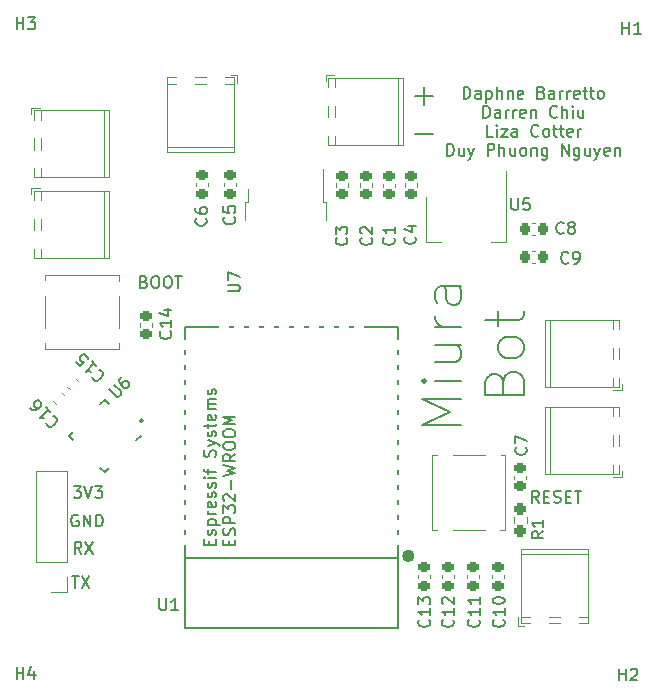
<source format=gto>
%TF.GenerationSoftware,KiCad,Pcbnew,(6.0.8)*%
%TF.CreationDate,2022-11-27T13:06:36-05:00*%
%TF.ProjectId,miura_board,6d697572-615f-4626-9f61-72642e6b6963,rev?*%
%TF.SameCoordinates,Original*%
%TF.FileFunction,Legend,Top*%
%TF.FilePolarity,Positive*%
%FSLAX46Y46*%
G04 Gerber Fmt 4.6, Leading zero omitted, Abs format (unit mm)*
G04 Created by KiCad (PCBNEW (6.0.8)) date 2022-11-27 13:06:36*
%MOMM*%
%LPD*%
G01*
G04 APERTURE LIST*
G04 Aperture macros list*
%AMRoundRect*
0 Rectangle with rounded corners*
0 $1 Rounding radius*
0 $2 $3 $4 $5 $6 $7 $8 $9 X,Y pos of 4 corners*
0 Add a 4 corners polygon primitive as box body*
4,1,4,$2,$3,$4,$5,$6,$7,$8,$9,$2,$3,0*
0 Add four circle primitives for the rounded corners*
1,1,$1+$1,$2,$3*
1,1,$1+$1,$4,$5*
1,1,$1+$1,$6,$7*
1,1,$1+$1,$8,$9*
0 Add four rect primitives between the rounded corners*
20,1,$1+$1,$2,$3,$4,$5,0*
20,1,$1+$1,$4,$5,$6,$7,0*
20,1,$1+$1,$6,$7,$8,$9,0*
20,1,$1+$1,$8,$9,$2,$3,0*%
G04 Aperture macros list end*
%ADD10C,0.150000*%
%ADD11C,0.120000*%
%ADD12C,0.500000*%
%ADD13RoundRect,0.225000X0.250000X-0.225000X0.250000X0.225000X-0.250000X0.225000X-0.250000X-0.225000X0*%
%ADD14RoundRect,0.225000X-0.250000X0.225000X-0.250000X-0.225000X0.250000X-0.225000X0.250000X0.225000X0*%
%ADD15C,1.100000*%
%ADD16R,2.200000X2.200000*%
%ADD17C,2.200000*%
%ADD18R,3.556000X3.556000*%
%ADD19O,2.500000X0.900000*%
%ADD20O,0.900000X2.500000*%
%ADD21R,1.000000X2.750000*%
%ADD22C,3.800000*%
%ADD23RoundRect,0.225000X-0.225000X-0.250000X0.225000X-0.250000X0.225000X0.250000X-0.225000X0.250000X0*%
%ADD24R,1.700000X1.700000*%
%ADD25O,1.700000X1.700000*%
%ADD26RoundRect,0.225000X0.335876X0.017678X0.017678X0.335876X-0.335876X-0.017678X-0.017678X-0.335876X0*%
%ADD27RoundRect,0.237500X0.237500X-0.250000X0.237500X0.250000X-0.237500X0.250000X-0.237500X-0.250000X0*%
%ADD28RoundRect,0.075000X0.194454X0.300520X-0.300520X-0.194454X-0.194454X-0.300520X0.300520X0.194454X0*%
%ADD29RoundRect,0.075000X-0.300520X0.194454X0.194454X-0.300520X0.300520X-0.194454X-0.194454X0.300520X0*%
%ADD30R,2.750000X1.000000*%
%ADD31R,1.500000X2.000000*%
%ADD32R,3.800000X2.000000*%
%ADD33R,1.200000X2.200000*%
%ADD34R,5.800000X6.400000*%
G04 APERTURE END LIST*
D10*
X71441421Y-66600000D02*
G75*
G03*
X71441421Y-66600000I-141421J0D01*
G01*
X94438095Y-39132857D02*
X95961904Y-39132857D01*
X95200000Y-39894761D02*
X95200000Y-38370952D01*
X94438095Y-42352857D02*
X95961904Y-42352857D01*
X65438095Y-79752380D02*
X66009523Y-79752380D01*
X65723809Y-80752380D02*
X65723809Y-79752380D01*
X66247619Y-79752380D02*
X66914285Y-80752380D01*
X66914285Y-79752380D02*
X66247619Y-80752380D01*
X65938095Y-74600000D02*
X65842857Y-74552380D01*
X65700000Y-74552380D01*
X65557142Y-74600000D01*
X65461904Y-74695238D01*
X65414285Y-74790476D01*
X65366666Y-74980952D01*
X65366666Y-75123809D01*
X65414285Y-75314285D01*
X65461904Y-75409523D01*
X65557142Y-75504761D01*
X65700000Y-75552380D01*
X65795238Y-75552380D01*
X65938095Y-75504761D01*
X65985714Y-75457142D01*
X65985714Y-75123809D01*
X65795238Y-75123809D01*
X66414285Y-75552380D02*
X66414285Y-74552380D01*
X66985714Y-75552380D01*
X66985714Y-74552380D01*
X67461904Y-75552380D02*
X67461904Y-74552380D01*
X67700000Y-74552380D01*
X67842857Y-74600000D01*
X67938095Y-74695238D01*
X67985714Y-74790476D01*
X68033333Y-74980952D01*
X68033333Y-75123809D01*
X67985714Y-75314285D01*
X67938095Y-75409523D01*
X67842857Y-75504761D01*
X67700000Y-75552380D01*
X67461904Y-75552380D01*
X71542857Y-54828571D02*
X71685714Y-54876190D01*
X71733333Y-54923809D01*
X71780952Y-55019047D01*
X71780952Y-55161904D01*
X71733333Y-55257142D01*
X71685714Y-55304761D01*
X71590476Y-55352380D01*
X71209523Y-55352380D01*
X71209523Y-54352380D01*
X71542857Y-54352380D01*
X71638095Y-54400000D01*
X71685714Y-54447619D01*
X71733333Y-54542857D01*
X71733333Y-54638095D01*
X71685714Y-54733333D01*
X71638095Y-54780952D01*
X71542857Y-54828571D01*
X71209523Y-54828571D01*
X72400000Y-54352380D02*
X72590476Y-54352380D01*
X72685714Y-54400000D01*
X72780952Y-54495238D01*
X72828571Y-54685714D01*
X72828571Y-55019047D01*
X72780952Y-55209523D01*
X72685714Y-55304761D01*
X72590476Y-55352380D01*
X72400000Y-55352380D01*
X72304761Y-55304761D01*
X72209523Y-55209523D01*
X72161904Y-55019047D01*
X72161904Y-54685714D01*
X72209523Y-54495238D01*
X72304761Y-54400000D01*
X72400000Y-54352380D01*
X73447619Y-54352380D02*
X73638095Y-54352380D01*
X73733333Y-54400000D01*
X73828571Y-54495238D01*
X73876190Y-54685714D01*
X73876190Y-55019047D01*
X73828571Y-55209523D01*
X73733333Y-55304761D01*
X73638095Y-55352380D01*
X73447619Y-55352380D01*
X73352380Y-55304761D01*
X73257142Y-55209523D01*
X73209523Y-55019047D01*
X73209523Y-54685714D01*
X73257142Y-54495238D01*
X73352380Y-54400000D01*
X73447619Y-54352380D01*
X74161904Y-54352380D02*
X74733333Y-54352380D01*
X74447619Y-55352380D02*
X74447619Y-54352380D01*
X66233333Y-77852380D02*
X65900000Y-77376190D01*
X65661904Y-77852380D02*
X65661904Y-76852380D01*
X66042857Y-76852380D01*
X66138095Y-76900000D01*
X66185714Y-76947619D01*
X66233333Y-77042857D01*
X66233333Y-77185714D01*
X66185714Y-77280952D01*
X66138095Y-77328571D01*
X66042857Y-77376190D01*
X65661904Y-77376190D01*
X66566666Y-76852380D02*
X67233333Y-77852380D01*
X67233333Y-76852380D02*
X66566666Y-77852380D01*
X104947619Y-73552380D02*
X104614285Y-73076190D01*
X104376190Y-73552380D02*
X104376190Y-72552380D01*
X104757142Y-72552380D01*
X104852380Y-72600000D01*
X104900000Y-72647619D01*
X104947619Y-72742857D01*
X104947619Y-72885714D01*
X104900000Y-72980952D01*
X104852380Y-73028571D01*
X104757142Y-73076190D01*
X104376190Y-73076190D01*
X105376190Y-73028571D02*
X105709523Y-73028571D01*
X105852380Y-73552380D02*
X105376190Y-73552380D01*
X105376190Y-72552380D01*
X105852380Y-72552380D01*
X106233333Y-73504761D02*
X106376190Y-73552380D01*
X106614285Y-73552380D01*
X106709523Y-73504761D01*
X106757142Y-73457142D01*
X106804761Y-73361904D01*
X106804761Y-73266666D01*
X106757142Y-73171428D01*
X106709523Y-73123809D01*
X106614285Y-73076190D01*
X106423809Y-73028571D01*
X106328571Y-72980952D01*
X106280952Y-72933333D01*
X106233333Y-72838095D01*
X106233333Y-72742857D01*
X106280952Y-72647619D01*
X106328571Y-72600000D01*
X106423809Y-72552380D01*
X106661904Y-72552380D01*
X106804761Y-72600000D01*
X107233333Y-73028571D02*
X107566666Y-73028571D01*
X107709523Y-73552380D02*
X107233333Y-73552380D01*
X107233333Y-72552380D01*
X107709523Y-72552380D01*
X107995238Y-72552380D02*
X108566666Y-72552380D01*
X108280952Y-73552380D02*
X108280952Y-72552380D01*
X98379857Y-66992857D02*
X95079857Y-66992857D01*
X97437000Y-65892857D01*
X95079857Y-64792857D01*
X98379857Y-64792857D01*
X98379857Y-63221428D02*
X96179857Y-63221428D01*
X95079857Y-63221428D02*
X95237000Y-63378571D01*
X95394142Y-63221428D01*
X95237000Y-63064285D01*
X95079857Y-63221428D01*
X95394142Y-63221428D01*
X96179857Y-60235714D02*
X98379857Y-60235714D01*
X96179857Y-61650000D02*
X97908428Y-61650000D01*
X98222714Y-61492857D01*
X98379857Y-61178571D01*
X98379857Y-60707142D01*
X98222714Y-60392857D01*
X98065571Y-60235714D01*
X98379857Y-58664285D02*
X96179857Y-58664285D01*
X96808428Y-58664285D02*
X96494142Y-58507142D01*
X96337000Y-58350000D01*
X96179857Y-58035714D01*
X96179857Y-57721428D01*
X98379857Y-55207142D02*
X96651285Y-55207142D01*
X96337000Y-55364285D01*
X96179857Y-55678571D01*
X96179857Y-56307142D01*
X96337000Y-56621428D01*
X98222714Y-55207142D02*
X98379857Y-55521428D01*
X98379857Y-56307142D01*
X98222714Y-56621428D01*
X97908428Y-56778571D01*
X97594142Y-56778571D01*
X97279857Y-56621428D01*
X97122714Y-56307142D01*
X97122714Y-55521428D01*
X96965571Y-55207142D01*
X101964285Y-63300000D02*
X102121428Y-62828571D01*
X102278571Y-62671428D01*
X102592857Y-62514285D01*
X103064285Y-62514285D01*
X103378571Y-62671428D01*
X103535714Y-62828571D01*
X103692857Y-63142857D01*
X103692857Y-64400000D01*
X100392857Y-64400000D01*
X100392857Y-63300000D01*
X100550000Y-62985714D01*
X100707142Y-62828571D01*
X101021428Y-62671428D01*
X101335714Y-62671428D01*
X101650000Y-62828571D01*
X101807142Y-62985714D01*
X101964285Y-63300000D01*
X101964285Y-64400000D01*
X103692857Y-60628571D02*
X103535714Y-60942857D01*
X103378571Y-61100000D01*
X103064285Y-61257142D01*
X102121428Y-61257142D01*
X101807142Y-61100000D01*
X101650000Y-60942857D01*
X101492857Y-60628571D01*
X101492857Y-60157142D01*
X101650000Y-59842857D01*
X101807142Y-59685714D01*
X102121428Y-59528571D01*
X103064285Y-59528571D01*
X103378571Y-59685714D01*
X103535714Y-59842857D01*
X103692857Y-60157142D01*
X103692857Y-60628571D01*
X101492857Y-58585714D02*
X101492857Y-57328571D01*
X100392857Y-58114285D02*
X103221428Y-58114285D01*
X103535714Y-57957142D01*
X103692857Y-57642857D01*
X103692857Y-57328571D01*
X65561904Y-72152380D02*
X66180952Y-72152380D01*
X65847619Y-72533333D01*
X65990476Y-72533333D01*
X66085714Y-72580952D01*
X66133333Y-72628571D01*
X66180952Y-72723809D01*
X66180952Y-72961904D01*
X66133333Y-73057142D01*
X66085714Y-73104761D01*
X65990476Y-73152380D01*
X65704761Y-73152380D01*
X65609523Y-73104761D01*
X65561904Y-73057142D01*
X66466666Y-72152380D02*
X66800000Y-73152380D01*
X67133333Y-72152380D01*
X67371428Y-72152380D02*
X67990476Y-72152380D01*
X67657142Y-72533333D01*
X67800000Y-72533333D01*
X67895238Y-72580952D01*
X67942857Y-72628571D01*
X67990476Y-72723809D01*
X67990476Y-72961904D01*
X67942857Y-73057142D01*
X67895238Y-73104761D01*
X67800000Y-73152380D01*
X67514285Y-73152380D01*
X67419047Y-73104761D01*
X67371428Y-73057142D01*
X98595238Y-39337380D02*
X98595238Y-38337380D01*
X98833333Y-38337380D01*
X98976190Y-38385000D01*
X99071428Y-38480238D01*
X99119047Y-38575476D01*
X99166666Y-38765952D01*
X99166666Y-38908809D01*
X99119047Y-39099285D01*
X99071428Y-39194523D01*
X98976190Y-39289761D01*
X98833333Y-39337380D01*
X98595238Y-39337380D01*
X100023809Y-39337380D02*
X100023809Y-38813571D01*
X99976190Y-38718333D01*
X99880952Y-38670714D01*
X99690476Y-38670714D01*
X99595238Y-38718333D01*
X100023809Y-39289761D02*
X99928571Y-39337380D01*
X99690476Y-39337380D01*
X99595238Y-39289761D01*
X99547619Y-39194523D01*
X99547619Y-39099285D01*
X99595238Y-39004047D01*
X99690476Y-38956428D01*
X99928571Y-38956428D01*
X100023809Y-38908809D01*
X100500000Y-38670714D02*
X100500000Y-39670714D01*
X100500000Y-38718333D02*
X100595238Y-38670714D01*
X100785714Y-38670714D01*
X100880952Y-38718333D01*
X100928571Y-38765952D01*
X100976190Y-38861190D01*
X100976190Y-39146904D01*
X100928571Y-39242142D01*
X100880952Y-39289761D01*
X100785714Y-39337380D01*
X100595238Y-39337380D01*
X100500000Y-39289761D01*
X101404761Y-39337380D02*
X101404761Y-38337380D01*
X101833333Y-39337380D02*
X101833333Y-38813571D01*
X101785714Y-38718333D01*
X101690476Y-38670714D01*
X101547619Y-38670714D01*
X101452380Y-38718333D01*
X101404761Y-38765952D01*
X102309523Y-38670714D02*
X102309523Y-39337380D01*
X102309523Y-38765952D02*
X102357142Y-38718333D01*
X102452380Y-38670714D01*
X102595238Y-38670714D01*
X102690476Y-38718333D01*
X102738095Y-38813571D01*
X102738095Y-39337380D01*
X103595238Y-39289761D02*
X103500000Y-39337380D01*
X103309523Y-39337380D01*
X103214285Y-39289761D01*
X103166666Y-39194523D01*
X103166666Y-38813571D01*
X103214285Y-38718333D01*
X103309523Y-38670714D01*
X103500000Y-38670714D01*
X103595238Y-38718333D01*
X103642857Y-38813571D01*
X103642857Y-38908809D01*
X103166666Y-39004047D01*
X105166666Y-38813571D02*
X105309523Y-38861190D01*
X105357142Y-38908809D01*
X105404761Y-39004047D01*
X105404761Y-39146904D01*
X105357142Y-39242142D01*
X105309523Y-39289761D01*
X105214285Y-39337380D01*
X104833333Y-39337380D01*
X104833333Y-38337380D01*
X105166666Y-38337380D01*
X105261904Y-38385000D01*
X105309523Y-38432619D01*
X105357142Y-38527857D01*
X105357142Y-38623095D01*
X105309523Y-38718333D01*
X105261904Y-38765952D01*
X105166666Y-38813571D01*
X104833333Y-38813571D01*
X106261904Y-39337380D02*
X106261904Y-38813571D01*
X106214285Y-38718333D01*
X106119047Y-38670714D01*
X105928571Y-38670714D01*
X105833333Y-38718333D01*
X106261904Y-39289761D02*
X106166666Y-39337380D01*
X105928571Y-39337380D01*
X105833333Y-39289761D01*
X105785714Y-39194523D01*
X105785714Y-39099285D01*
X105833333Y-39004047D01*
X105928571Y-38956428D01*
X106166666Y-38956428D01*
X106261904Y-38908809D01*
X106738095Y-39337380D02*
X106738095Y-38670714D01*
X106738095Y-38861190D02*
X106785714Y-38765952D01*
X106833333Y-38718333D01*
X106928571Y-38670714D01*
X107023809Y-38670714D01*
X107357142Y-39337380D02*
X107357142Y-38670714D01*
X107357142Y-38861190D02*
X107404761Y-38765952D01*
X107452380Y-38718333D01*
X107547619Y-38670714D01*
X107642857Y-38670714D01*
X108357142Y-39289761D02*
X108261904Y-39337380D01*
X108071428Y-39337380D01*
X107976190Y-39289761D01*
X107928571Y-39194523D01*
X107928571Y-38813571D01*
X107976190Y-38718333D01*
X108071428Y-38670714D01*
X108261904Y-38670714D01*
X108357142Y-38718333D01*
X108404761Y-38813571D01*
X108404761Y-38908809D01*
X107928571Y-39004047D01*
X108690476Y-38670714D02*
X109071428Y-38670714D01*
X108833333Y-38337380D02*
X108833333Y-39194523D01*
X108880952Y-39289761D01*
X108976190Y-39337380D01*
X109071428Y-39337380D01*
X109261904Y-38670714D02*
X109642857Y-38670714D01*
X109404761Y-38337380D02*
X109404761Y-39194523D01*
X109452380Y-39289761D01*
X109547619Y-39337380D01*
X109642857Y-39337380D01*
X110119047Y-39337380D02*
X110023809Y-39289761D01*
X109976190Y-39242142D01*
X109928571Y-39146904D01*
X109928571Y-38861190D01*
X109976190Y-38765952D01*
X110023809Y-38718333D01*
X110119047Y-38670714D01*
X110261904Y-38670714D01*
X110357142Y-38718333D01*
X110404761Y-38765952D01*
X110452380Y-38861190D01*
X110452380Y-39146904D01*
X110404761Y-39242142D01*
X110357142Y-39289761D01*
X110261904Y-39337380D01*
X110119047Y-39337380D01*
X100261904Y-40947380D02*
X100261904Y-39947380D01*
X100500000Y-39947380D01*
X100642857Y-39995000D01*
X100738095Y-40090238D01*
X100785714Y-40185476D01*
X100833333Y-40375952D01*
X100833333Y-40518809D01*
X100785714Y-40709285D01*
X100738095Y-40804523D01*
X100642857Y-40899761D01*
X100500000Y-40947380D01*
X100261904Y-40947380D01*
X101690476Y-40947380D02*
X101690476Y-40423571D01*
X101642857Y-40328333D01*
X101547619Y-40280714D01*
X101357142Y-40280714D01*
X101261904Y-40328333D01*
X101690476Y-40899761D02*
X101595238Y-40947380D01*
X101357142Y-40947380D01*
X101261904Y-40899761D01*
X101214285Y-40804523D01*
X101214285Y-40709285D01*
X101261904Y-40614047D01*
X101357142Y-40566428D01*
X101595238Y-40566428D01*
X101690476Y-40518809D01*
X102166666Y-40947380D02*
X102166666Y-40280714D01*
X102166666Y-40471190D02*
X102214285Y-40375952D01*
X102261904Y-40328333D01*
X102357142Y-40280714D01*
X102452380Y-40280714D01*
X102785714Y-40947380D02*
X102785714Y-40280714D01*
X102785714Y-40471190D02*
X102833333Y-40375952D01*
X102880952Y-40328333D01*
X102976190Y-40280714D01*
X103071428Y-40280714D01*
X103785714Y-40899761D02*
X103690476Y-40947380D01*
X103500000Y-40947380D01*
X103404761Y-40899761D01*
X103357142Y-40804523D01*
X103357142Y-40423571D01*
X103404761Y-40328333D01*
X103500000Y-40280714D01*
X103690476Y-40280714D01*
X103785714Y-40328333D01*
X103833333Y-40423571D01*
X103833333Y-40518809D01*
X103357142Y-40614047D01*
X104261904Y-40280714D02*
X104261904Y-40947380D01*
X104261904Y-40375952D02*
X104309523Y-40328333D01*
X104404761Y-40280714D01*
X104547619Y-40280714D01*
X104642857Y-40328333D01*
X104690476Y-40423571D01*
X104690476Y-40947380D01*
X106500000Y-40852142D02*
X106452380Y-40899761D01*
X106309523Y-40947380D01*
X106214285Y-40947380D01*
X106071428Y-40899761D01*
X105976190Y-40804523D01*
X105928571Y-40709285D01*
X105880952Y-40518809D01*
X105880952Y-40375952D01*
X105928571Y-40185476D01*
X105976190Y-40090238D01*
X106071428Y-39995000D01*
X106214285Y-39947380D01*
X106309523Y-39947380D01*
X106452380Y-39995000D01*
X106500000Y-40042619D01*
X106928571Y-40947380D02*
X106928571Y-39947380D01*
X107357142Y-40947380D02*
X107357142Y-40423571D01*
X107309523Y-40328333D01*
X107214285Y-40280714D01*
X107071428Y-40280714D01*
X106976190Y-40328333D01*
X106928571Y-40375952D01*
X107833333Y-40947380D02*
X107833333Y-40280714D01*
X107833333Y-39947380D02*
X107785714Y-39995000D01*
X107833333Y-40042619D01*
X107880952Y-39995000D01*
X107833333Y-39947380D01*
X107833333Y-40042619D01*
X108738095Y-40280714D02*
X108738095Y-40947380D01*
X108309523Y-40280714D02*
X108309523Y-40804523D01*
X108357142Y-40899761D01*
X108452380Y-40947380D01*
X108595238Y-40947380D01*
X108690476Y-40899761D01*
X108738095Y-40852142D01*
X101071428Y-42557380D02*
X100595238Y-42557380D01*
X100595238Y-41557380D01*
X101404761Y-42557380D02*
X101404761Y-41890714D01*
X101404761Y-41557380D02*
X101357142Y-41605000D01*
X101404761Y-41652619D01*
X101452380Y-41605000D01*
X101404761Y-41557380D01*
X101404761Y-41652619D01*
X101785714Y-41890714D02*
X102309523Y-41890714D01*
X101785714Y-42557380D01*
X102309523Y-42557380D01*
X103119047Y-42557380D02*
X103119047Y-42033571D01*
X103071428Y-41938333D01*
X102976190Y-41890714D01*
X102785714Y-41890714D01*
X102690476Y-41938333D01*
X103119047Y-42509761D02*
X103023809Y-42557380D01*
X102785714Y-42557380D01*
X102690476Y-42509761D01*
X102642857Y-42414523D01*
X102642857Y-42319285D01*
X102690476Y-42224047D01*
X102785714Y-42176428D01*
X103023809Y-42176428D01*
X103119047Y-42128809D01*
X104928571Y-42462142D02*
X104880952Y-42509761D01*
X104738095Y-42557380D01*
X104642857Y-42557380D01*
X104500000Y-42509761D01*
X104404761Y-42414523D01*
X104357142Y-42319285D01*
X104309523Y-42128809D01*
X104309523Y-41985952D01*
X104357142Y-41795476D01*
X104404761Y-41700238D01*
X104500000Y-41605000D01*
X104642857Y-41557380D01*
X104738095Y-41557380D01*
X104880952Y-41605000D01*
X104928571Y-41652619D01*
X105500000Y-42557380D02*
X105404761Y-42509761D01*
X105357142Y-42462142D01*
X105309523Y-42366904D01*
X105309523Y-42081190D01*
X105357142Y-41985952D01*
X105404761Y-41938333D01*
X105500000Y-41890714D01*
X105642857Y-41890714D01*
X105738095Y-41938333D01*
X105785714Y-41985952D01*
X105833333Y-42081190D01*
X105833333Y-42366904D01*
X105785714Y-42462142D01*
X105738095Y-42509761D01*
X105642857Y-42557380D01*
X105500000Y-42557380D01*
X106119047Y-41890714D02*
X106500000Y-41890714D01*
X106261904Y-41557380D02*
X106261904Y-42414523D01*
X106309523Y-42509761D01*
X106404761Y-42557380D01*
X106500000Y-42557380D01*
X106690476Y-41890714D02*
X107071428Y-41890714D01*
X106833333Y-41557380D02*
X106833333Y-42414523D01*
X106880952Y-42509761D01*
X106976190Y-42557380D01*
X107071428Y-42557380D01*
X107785714Y-42509761D02*
X107690476Y-42557380D01*
X107500000Y-42557380D01*
X107404761Y-42509761D01*
X107357142Y-42414523D01*
X107357142Y-42033571D01*
X107404761Y-41938333D01*
X107500000Y-41890714D01*
X107690476Y-41890714D01*
X107785714Y-41938333D01*
X107833333Y-42033571D01*
X107833333Y-42128809D01*
X107357142Y-42224047D01*
X108261904Y-42557380D02*
X108261904Y-41890714D01*
X108261904Y-42081190D02*
X108309523Y-41985952D01*
X108357142Y-41938333D01*
X108452380Y-41890714D01*
X108547619Y-41890714D01*
X97190476Y-44167380D02*
X97190476Y-43167380D01*
X97428571Y-43167380D01*
X97571428Y-43215000D01*
X97666666Y-43310238D01*
X97714285Y-43405476D01*
X97761904Y-43595952D01*
X97761904Y-43738809D01*
X97714285Y-43929285D01*
X97666666Y-44024523D01*
X97571428Y-44119761D01*
X97428571Y-44167380D01*
X97190476Y-44167380D01*
X98619047Y-43500714D02*
X98619047Y-44167380D01*
X98190476Y-43500714D02*
X98190476Y-44024523D01*
X98238095Y-44119761D01*
X98333333Y-44167380D01*
X98476190Y-44167380D01*
X98571428Y-44119761D01*
X98619047Y-44072142D01*
X99000000Y-43500714D02*
X99238095Y-44167380D01*
X99476190Y-43500714D02*
X99238095Y-44167380D01*
X99142857Y-44405476D01*
X99095238Y-44453095D01*
X99000000Y-44500714D01*
X100619047Y-44167380D02*
X100619047Y-43167380D01*
X101000000Y-43167380D01*
X101095238Y-43215000D01*
X101142857Y-43262619D01*
X101190476Y-43357857D01*
X101190476Y-43500714D01*
X101142857Y-43595952D01*
X101095238Y-43643571D01*
X101000000Y-43691190D01*
X100619047Y-43691190D01*
X101619047Y-44167380D02*
X101619047Y-43167380D01*
X102047619Y-44167380D02*
X102047619Y-43643571D01*
X102000000Y-43548333D01*
X101904761Y-43500714D01*
X101761904Y-43500714D01*
X101666666Y-43548333D01*
X101619047Y-43595952D01*
X102952380Y-43500714D02*
X102952380Y-44167380D01*
X102523809Y-43500714D02*
X102523809Y-44024523D01*
X102571428Y-44119761D01*
X102666666Y-44167380D01*
X102809523Y-44167380D01*
X102904761Y-44119761D01*
X102952380Y-44072142D01*
X103571428Y-44167380D02*
X103476190Y-44119761D01*
X103428571Y-44072142D01*
X103380952Y-43976904D01*
X103380952Y-43691190D01*
X103428571Y-43595952D01*
X103476190Y-43548333D01*
X103571428Y-43500714D01*
X103714285Y-43500714D01*
X103809523Y-43548333D01*
X103857142Y-43595952D01*
X103904761Y-43691190D01*
X103904761Y-43976904D01*
X103857142Y-44072142D01*
X103809523Y-44119761D01*
X103714285Y-44167380D01*
X103571428Y-44167380D01*
X104333333Y-43500714D02*
X104333333Y-44167380D01*
X104333333Y-43595952D02*
X104380952Y-43548333D01*
X104476190Y-43500714D01*
X104619047Y-43500714D01*
X104714285Y-43548333D01*
X104761904Y-43643571D01*
X104761904Y-44167380D01*
X105666666Y-43500714D02*
X105666666Y-44310238D01*
X105619047Y-44405476D01*
X105571428Y-44453095D01*
X105476190Y-44500714D01*
X105333333Y-44500714D01*
X105238095Y-44453095D01*
X105666666Y-44119761D02*
X105571428Y-44167380D01*
X105380952Y-44167380D01*
X105285714Y-44119761D01*
X105238095Y-44072142D01*
X105190476Y-43976904D01*
X105190476Y-43691190D01*
X105238095Y-43595952D01*
X105285714Y-43548333D01*
X105380952Y-43500714D01*
X105571428Y-43500714D01*
X105666666Y-43548333D01*
X106904761Y-44167380D02*
X106904761Y-43167380D01*
X107476190Y-44167380D01*
X107476190Y-43167380D01*
X108380952Y-43500714D02*
X108380952Y-44310238D01*
X108333333Y-44405476D01*
X108285714Y-44453095D01*
X108190476Y-44500714D01*
X108047619Y-44500714D01*
X107952380Y-44453095D01*
X108380952Y-44119761D02*
X108285714Y-44167380D01*
X108095238Y-44167380D01*
X108000000Y-44119761D01*
X107952380Y-44072142D01*
X107904761Y-43976904D01*
X107904761Y-43691190D01*
X107952380Y-43595952D01*
X108000000Y-43548333D01*
X108095238Y-43500714D01*
X108285714Y-43500714D01*
X108380952Y-43548333D01*
X109285714Y-43500714D02*
X109285714Y-44167380D01*
X108857142Y-43500714D02*
X108857142Y-44024523D01*
X108904761Y-44119761D01*
X109000000Y-44167380D01*
X109142857Y-44167380D01*
X109238095Y-44119761D01*
X109285714Y-44072142D01*
X109666666Y-43500714D02*
X109904761Y-44167380D01*
X110142857Y-43500714D02*
X109904761Y-44167380D01*
X109809523Y-44405476D01*
X109761904Y-44453095D01*
X109666666Y-44500714D01*
X110904761Y-44119761D02*
X110809523Y-44167380D01*
X110619047Y-44167380D01*
X110523809Y-44119761D01*
X110476190Y-44024523D01*
X110476190Y-43643571D01*
X110523809Y-43548333D01*
X110619047Y-43500714D01*
X110809523Y-43500714D01*
X110904761Y-43548333D01*
X110952380Y-43643571D01*
X110952380Y-43738809D01*
X110476190Y-43834047D01*
X111380952Y-43500714D02*
X111380952Y-44167380D01*
X111380952Y-43595952D02*
X111428571Y-43548333D01*
X111523809Y-43500714D01*
X111666666Y-43500714D01*
X111761904Y-43548333D01*
X111809523Y-43643571D01*
X111809523Y-44167380D01*
%TO.C,C7*%
X103857142Y-68866666D02*
X103904761Y-68914285D01*
X103952380Y-69057142D01*
X103952380Y-69152380D01*
X103904761Y-69295238D01*
X103809523Y-69390476D01*
X103714285Y-69438095D01*
X103523809Y-69485714D01*
X103380952Y-69485714D01*
X103190476Y-69438095D01*
X103095238Y-69390476D01*
X103000000Y-69295238D01*
X102952380Y-69152380D01*
X102952380Y-69057142D01*
X103000000Y-68914285D01*
X103047619Y-68866666D01*
X102952380Y-68533333D02*
X102952380Y-67866666D01*
X103952380Y-68295238D01*
%TO.C,C1*%
X92657142Y-51116666D02*
X92704761Y-51164285D01*
X92752380Y-51307142D01*
X92752380Y-51402380D01*
X92704761Y-51545238D01*
X92609523Y-51640476D01*
X92514285Y-51688095D01*
X92323809Y-51735714D01*
X92180952Y-51735714D01*
X91990476Y-51688095D01*
X91895238Y-51640476D01*
X91800000Y-51545238D01*
X91752380Y-51402380D01*
X91752380Y-51307142D01*
X91800000Y-51164285D01*
X91847619Y-51116666D01*
X92752380Y-50164285D02*
X92752380Y-50735714D01*
X92752380Y-50450000D02*
X91752380Y-50450000D01*
X91895238Y-50545238D01*
X91990476Y-50640476D01*
X92038095Y-50735714D01*
%TO.C,C4*%
X94457142Y-51016666D02*
X94504761Y-51064285D01*
X94552380Y-51207142D01*
X94552380Y-51302380D01*
X94504761Y-51445238D01*
X94409523Y-51540476D01*
X94314285Y-51588095D01*
X94123809Y-51635714D01*
X93980952Y-51635714D01*
X93790476Y-51588095D01*
X93695238Y-51540476D01*
X93600000Y-51445238D01*
X93552380Y-51302380D01*
X93552380Y-51207142D01*
X93600000Y-51064285D01*
X93647619Y-51016666D01*
X93885714Y-50159523D02*
X94552380Y-50159523D01*
X93504761Y-50397619D02*
X94219047Y-50635714D01*
X94219047Y-50016666D01*
%TO.C,U1*%
X72838095Y-81652380D02*
X72838095Y-82461904D01*
X72885714Y-82557142D01*
X72933333Y-82604761D01*
X73028571Y-82652380D01*
X73219047Y-82652380D01*
X73314285Y-82604761D01*
X73361904Y-82557142D01*
X73409523Y-82461904D01*
X73409523Y-81652380D01*
X74409523Y-82652380D02*
X73838095Y-82652380D01*
X74123809Y-82652380D02*
X74123809Y-81652380D01*
X74028571Y-81795238D01*
X73933333Y-81890476D01*
X73838095Y-81938095D01*
X78721571Y-77156380D02*
X78721571Y-76823047D01*
X79245380Y-76680190D02*
X79245380Y-77156380D01*
X78245380Y-77156380D01*
X78245380Y-76680190D01*
X79197761Y-76299238D02*
X79245380Y-76156380D01*
X79245380Y-75918285D01*
X79197761Y-75823047D01*
X79150142Y-75775428D01*
X79054904Y-75727809D01*
X78959666Y-75727809D01*
X78864428Y-75775428D01*
X78816809Y-75823047D01*
X78769190Y-75918285D01*
X78721571Y-76108761D01*
X78673952Y-76204000D01*
X78626333Y-76251619D01*
X78531095Y-76299238D01*
X78435857Y-76299238D01*
X78340619Y-76251619D01*
X78293000Y-76204000D01*
X78245380Y-76108761D01*
X78245380Y-75870666D01*
X78293000Y-75727809D01*
X79245380Y-75299238D02*
X78245380Y-75299238D01*
X78245380Y-74918285D01*
X78293000Y-74823047D01*
X78340619Y-74775428D01*
X78435857Y-74727809D01*
X78578714Y-74727809D01*
X78673952Y-74775428D01*
X78721571Y-74823047D01*
X78769190Y-74918285D01*
X78769190Y-75299238D01*
X78245380Y-74394476D02*
X78245380Y-73775428D01*
X78626333Y-74108761D01*
X78626333Y-73965904D01*
X78673952Y-73870666D01*
X78721571Y-73823047D01*
X78816809Y-73775428D01*
X79054904Y-73775428D01*
X79150142Y-73823047D01*
X79197761Y-73870666D01*
X79245380Y-73965904D01*
X79245380Y-74251619D01*
X79197761Y-74346857D01*
X79150142Y-74394476D01*
X78340619Y-73394476D02*
X78293000Y-73346857D01*
X78245380Y-73251619D01*
X78245380Y-73013523D01*
X78293000Y-72918285D01*
X78340619Y-72870666D01*
X78435857Y-72823047D01*
X78531095Y-72823047D01*
X78673952Y-72870666D01*
X79245380Y-73442095D01*
X79245380Y-72823047D01*
X78864428Y-72394476D02*
X78864428Y-71632571D01*
X78245380Y-71251619D02*
X79245380Y-71013523D01*
X78531095Y-70823047D01*
X79245380Y-70632571D01*
X78245380Y-70394476D01*
X79245380Y-69442095D02*
X78769190Y-69775428D01*
X79245380Y-70013523D02*
X78245380Y-70013523D01*
X78245380Y-69632571D01*
X78293000Y-69537333D01*
X78340619Y-69489714D01*
X78435857Y-69442095D01*
X78578714Y-69442095D01*
X78673952Y-69489714D01*
X78721571Y-69537333D01*
X78769190Y-69632571D01*
X78769190Y-70013523D01*
X78245380Y-68823047D02*
X78245380Y-68632571D01*
X78293000Y-68537333D01*
X78388238Y-68442095D01*
X78578714Y-68394476D01*
X78912047Y-68394476D01*
X79102523Y-68442095D01*
X79197761Y-68537333D01*
X79245380Y-68632571D01*
X79245380Y-68823047D01*
X79197761Y-68918285D01*
X79102523Y-69013523D01*
X78912047Y-69061142D01*
X78578714Y-69061142D01*
X78388238Y-69013523D01*
X78293000Y-68918285D01*
X78245380Y-68823047D01*
X78245380Y-67775428D02*
X78245380Y-67584952D01*
X78293000Y-67489714D01*
X78388238Y-67394476D01*
X78578714Y-67346857D01*
X78912047Y-67346857D01*
X79102523Y-67394476D01*
X79197761Y-67489714D01*
X79245380Y-67584952D01*
X79245380Y-67775428D01*
X79197761Y-67870666D01*
X79102523Y-67965904D01*
X78912047Y-68013523D01*
X78578714Y-68013523D01*
X78388238Y-67965904D01*
X78293000Y-67870666D01*
X78245380Y-67775428D01*
X79245380Y-66918285D02*
X78245380Y-66918285D01*
X78959666Y-66584952D01*
X78245380Y-66251619D01*
X79245380Y-66251619D01*
X77070571Y-77132428D02*
X77070571Y-76799095D01*
X77594380Y-76656238D02*
X77594380Y-77132428D01*
X76594380Y-77132428D01*
X76594380Y-76656238D01*
X77546761Y-76275285D02*
X77594380Y-76180047D01*
X77594380Y-75989571D01*
X77546761Y-75894333D01*
X77451523Y-75846714D01*
X77403904Y-75846714D01*
X77308666Y-75894333D01*
X77261047Y-75989571D01*
X77261047Y-76132428D01*
X77213428Y-76227666D01*
X77118190Y-76275285D01*
X77070571Y-76275285D01*
X76975333Y-76227666D01*
X76927714Y-76132428D01*
X76927714Y-75989571D01*
X76975333Y-75894333D01*
X76927714Y-75418142D02*
X77927714Y-75418142D01*
X76975333Y-75418142D02*
X76927714Y-75322904D01*
X76927714Y-75132428D01*
X76975333Y-75037190D01*
X77022952Y-74989571D01*
X77118190Y-74941952D01*
X77403904Y-74941952D01*
X77499142Y-74989571D01*
X77546761Y-75037190D01*
X77594380Y-75132428D01*
X77594380Y-75322904D01*
X77546761Y-75418142D01*
X77594380Y-74513380D02*
X76927714Y-74513380D01*
X77118190Y-74513380D02*
X77022952Y-74465761D01*
X76975333Y-74418142D01*
X76927714Y-74322904D01*
X76927714Y-74227666D01*
X77546761Y-73513380D02*
X77594380Y-73608619D01*
X77594380Y-73799095D01*
X77546761Y-73894333D01*
X77451523Y-73941952D01*
X77070571Y-73941952D01*
X76975333Y-73894333D01*
X76927714Y-73799095D01*
X76927714Y-73608619D01*
X76975333Y-73513380D01*
X77070571Y-73465761D01*
X77165809Y-73465761D01*
X77261047Y-73941952D01*
X77546761Y-73084809D02*
X77594380Y-72989571D01*
X77594380Y-72799095D01*
X77546761Y-72703857D01*
X77451523Y-72656238D01*
X77403904Y-72656238D01*
X77308666Y-72703857D01*
X77261047Y-72799095D01*
X77261047Y-72941952D01*
X77213428Y-73037190D01*
X77118190Y-73084809D01*
X77070571Y-73084809D01*
X76975333Y-73037190D01*
X76927714Y-72941952D01*
X76927714Y-72799095D01*
X76975333Y-72703857D01*
X77546761Y-72275285D02*
X77594380Y-72180047D01*
X77594380Y-71989571D01*
X77546761Y-71894333D01*
X77451523Y-71846714D01*
X77403904Y-71846714D01*
X77308666Y-71894333D01*
X77261047Y-71989571D01*
X77261047Y-72132428D01*
X77213428Y-72227666D01*
X77118190Y-72275285D01*
X77070571Y-72275285D01*
X76975333Y-72227666D01*
X76927714Y-72132428D01*
X76927714Y-71989571D01*
X76975333Y-71894333D01*
X77594380Y-71418142D02*
X76927714Y-71418142D01*
X76594380Y-71418142D02*
X76642000Y-71465761D01*
X76689619Y-71418142D01*
X76642000Y-71370523D01*
X76594380Y-71418142D01*
X76689619Y-71418142D01*
X76927714Y-71084809D02*
X76927714Y-70703857D01*
X77594380Y-70941952D02*
X76737238Y-70941952D01*
X76642000Y-70894333D01*
X76594380Y-70799095D01*
X76594380Y-70703857D01*
X77546761Y-69656238D02*
X77594380Y-69513380D01*
X77594380Y-69275285D01*
X77546761Y-69180047D01*
X77499142Y-69132428D01*
X77403904Y-69084809D01*
X77308666Y-69084809D01*
X77213428Y-69132428D01*
X77165809Y-69180047D01*
X77118190Y-69275285D01*
X77070571Y-69465761D01*
X77022952Y-69561000D01*
X76975333Y-69608619D01*
X76880095Y-69656238D01*
X76784857Y-69656238D01*
X76689619Y-69608619D01*
X76642000Y-69561000D01*
X76594380Y-69465761D01*
X76594380Y-69227666D01*
X76642000Y-69084809D01*
X76927714Y-68751476D02*
X77594380Y-68513380D01*
X76927714Y-68275285D02*
X77594380Y-68513380D01*
X77832476Y-68608619D01*
X77880095Y-68656238D01*
X77927714Y-68751476D01*
X77546761Y-67941952D02*
X77594380Y-67846714D01*
X77594380Y-67656238D01*
X77546761Y-67561000D01*
X77451523Y-67513380D01*
X77403904Y-67513380D01*
X77308666Y-67561000D01*
X77261047Y-67656238D01*
X77261047Y-67799095D01*
X77213428Y-67894333D01*
X77118190Y-67941952D01*
X77070571Y-67941952D01*
X76975333Y-67894333D01*
X76927714Y-67799095D01*
X76927714Y-67656238D01*
X76975333Y-67561000D01*
X76927714Y-67227666D02*
X76927714Y-66846714D01*
X76594380Y-67084809D02*
X77451523Y-67084809D01*
X77546761Y-67037190D01*
X77594380Y-66941952D01*
X77594380Y-66846714D01*
X77546761Y-66132428D02*
X77594380Y-66227666D01*
X77594380Y-66418142D01*
X77546761Y-66513380D01*
X77451523Y-66561000D01*
X77070571Y-66561000D01*
X76975333Y-66513380D01*
X76927714Y-66418142D01*
X76927714Y-66227666D01*
X76975333Y-66132428D01*
X77070571Y-66084809D01*
X77165809Y-66084809D01*
X77261047Y-66561000D01*
X77594380Y-65656238D02*
X76927714Y-65656238D01*
X77022952Y-65656238D02*
X76975333Y-65608619D01*
X76927714Y-65513380D01*
X76927714Y-65370523D01*
X76975333Y-65275285D01*
X77070571Y-65227666D01*
X77594380Y-65227666D01*
X77070571Y-65227666D02*
X76975333Y-65180047D01*
X76927714Y-65084809D01*
X76927714Y-64941952D01*
X76975333Y-64846714D01*
X77070571Y-64799095D01*
X77594380Y-64799095D01*
X77546761Y-64370523D02*
X77594380Y-64275285D01*
X77594380Y-64084809D01*
X77546761Y-63989571D01*
X77451523Y-63941952D01*
X77403904Y-63941952D01*
X77308666Y-63989571D01*
X77261047Y-64084809D01*
X77261047Y-64227666D01*
X77213428Y-64322904D01*
X77118190Y-64370523D01*
X77070571Y-64370523D01*
X76975333Y-64322904D01*
X76927714Y-64227666D01*
X76927714Y-64084809D01*
X76975333Y-63989571D01*
%TO.C,C14*%
X73757142Y-59042857D02*
X73804761Y-59090476D01*
X73852380Y-59233333D01*
X73852380Y-59328571D01*
X73804761Y-59471428D01*
X73709523Y-59566666D01*
X73614285Y-59614285D01*
X73423809Y-59661904D01*
X73280952Y-59661904D01*
X73090476Y-59614285D01*
X72995238Y-59566666D01*
X72900000Y-59471428D01*
X72852380Y-59328571D01*
X72852380Y-59233333D01*
X72900000Y-59090476D01*
X72947619Y-59042857D01*
X73852380Y-58090476D02*
X73852380Y-58661904D01*
X73852380Y-58376190D02*
X72852380Y-58376190D01*
X72995238Y-58471428D01*
X73090476Y-58566666D01*
X73138095Y-58661904D01*
X73185714Y-57233333D02*
X73852380Y-57233333D01*
X72804761Y-57471428D02*
X73519047Y-57709523D01*
X73519047Y-57090476D01*
%TO.C,C11*%
X99857142Y-83442857D02*
X99904761Y-83490476D01*
X99952380Y-83633333D01*
X99952380Y-83728571D01*
X99904761Y-83871428D01*
X99809523Y-83966666D01*
X99714285Y-84014285D01*
X99523809Y-84061904D01*
X99380952Y-84061904D01*
X99190476Y-84014285D01*
X99095238Y-83966666D01*
X99000000Y-83871428D01*
X98952380Y-83728571D01*
X98952380Y-83633333D01*
X99000000Y-83490476D01*
X99047619Y-83442857D01*
X99952380Y-82490476D02*
X99952380Y-83061904D01*
X99952380Y-82776190D02*
X98952380Y-82776190D01*
X99095238Y-82871428D01*
X99190476Y-82966666D01*
X99238095Y-83061904D01*
X99952380Y-81538095D02*
X99952380Y-82109523D01*
X99952380Y-81823809D02*
X98952380Y-81823809D01*
X99095238Y-81919047D01*
X99190476Y-82014285D01*
X99238095Y-82109523D01*
%TO.C,C3*%
X88657142Y-51116666D02*
X88704761Y-51164285D01*
X88752380Y-51307142D01*
X88752380Y-51402380D01*
X88704761Y-51545238D01*
X88609523Y-51640476D01*
X88514285Y-51688095D01*
X88323809Y-51735714D01*
X88180952Y-51735714D01*
X87990476Y-51688095D01*
X87895238Y-51640476D01*
X87800000Y-51545238D01*
X87752380Y-51402380D01*
X87752380Y-51307142D01*
X87800000Y-51164285D01*
X87847619Y-51116666D01*
X87752380Y-50783333D02*
X87752380Y-50164285D01*
X88133333Y-50497619D01*
X88133333Y-50354761D01*
X88180952Y-50259523D01*
X88228571Y-50211904D01*
X88323809Y-50164285D01*
X88561904Y-50164285D01*
X88657142Y-50211904D01*
X88704761Y-50259523D01*
X88752380Y-50354761D01*
X88752380Y-50640476D01*
X88704761Y-50735714D01*
X88657142Y-50783333D01*
%TO.C,H4*%
X60738095Y-88452380D02*
X60738095Y-87452380D01*
X60738095Y-87928571D02*
X61309523Y-87928571D01*
X61309523Y-88452380D02*
X61309523Y-87452380D01*
X62214285Y-87785714D02*
X62214285Y-88452380D01*
X61976190Y-87404761D02*
X61738095Y-88119047D01*
X62357142Y-88119047D01*
%TO.C,C8*%
X107058333Y-50707142D02*
X107010714Y-50754761D01*
X106867857Y-50802380D01*
X106772619Y-50802380D01*
X106629761Y-50754761D01*
X106534523Y-50659523D01*
X106486904Y-50564285D01*
X106439285Y-50373809D01*
X106439285Y-50230952D01*
X106486904Y-50040476D01*
X106534523Y-49945238D01*
X106629761Y-49850000D01*
X106772619Y-49802380D01*
X106867857Y-49802380D01*
X107010714Y-49850000D01*
X107058333Y-49897619D01*
X107629761Y-50230952D02*
X107534523Y-50183333D01*
X107486904Y-50135714D01*
X107439285Y-50040476D01*
X107439285Y-49992857D01*
X107486904Y-49897619D01*
X107534523Y-49850000D01*
X107629761Y-49802380D01*
X107820238Y-49802380D01*
X107915476Y-49850000D01*
X107963095Y-49897619D01*
X108010714Y-49992857D01*
X108010714Y-50040476D01*
X107963095Y-50135714D01*
X107915476Y-50183333D01*
X107820238Y-50230952D01*
X107629761Y-50230952D01*
X107534523Y-50278571D01*
X107486904Y-50326190D01*
X107439285Y-50421428D01*
X107439285Y-50611904D01*
X107486904Y-50707142D01*
X107534523Y-50754761D01*
X107629761Y-50802380D01*
X107820238Y-50802380D01*
X107915476Y-50754761D01*
X107963095Y-50707142D01*
X108010714Y-50611904D01*
X108010714Y-50421428D01*
X107963095Y-50326190D01*
X107915476Y-50278571D01*
X107820238Y-50230952D01*
%TO.C,C6*%
X76757142Y-49466666D02*
X76804761Y-49514285D01*
X76852380Y-49657142D01*
X76852380Y-49752380D01*
X76804761Y-49895238D01*
X76709523Y-49990476D01*
X76614285Y-50038095D01*
X76423809Y-50085714D01*
X76280952Y-50085714D01*
X76090476Y-50038095D01*
X75995238Y-49990476D01*
X75900000Y-49895238D01*
X75852380Y-49752380D01*
X75852380Y-49657142D01*
X75900000Y-49514285D01*
X75947619Y-49466666D01*
X75852380Y-48609523D02*
X75852380Y-48800000D01*
X75900000Y-48895238D01*
X75947619Y-48942857D01*
X76090476Y-49038095D01*
X76280952Y-49085714D01*
X76661904Y-49085714D01*
X76757142Y-49038095D01*
X76804761Y-48990476D01*
X76852380Y-48895238D01*
X76852380Y-48704761D01*
X76804761Y-48609523D01*
X76757142Y-48561904D01*
X76661904Y-48514285D01*
X76423809Y-48514285D01*
X76328571Y-48561904D01*
X76280952Y-48609523D01*
X76233333Y-48704761D01*
X76233333Y-48895238D01*
X76280952Y-48990476D01*
X76328571Y-49038095D01*
X76423809Y-49085714D01*
%TO.C,H1*%
X112038095Y-33852380D02*
X112038095Y-32852380D01*
X112038095Y-33328571D02*
X112609523Y-33328571D01*
X112609523Y-33852380D02*
X112609523Y-32852380D01*
X113609523Y-33852380D02*
X113038095Y-33852380D01*
X113323809Y-33852380D02*
X113323809Y-32852380D01*
X113228571Y-32995238D01*
X113133333Y-33090476D01*
X113038095Y-33138095D01*
%TO.C,C15*%
X67707106Y-62302030D02*
X67774450Y-62302030D01*
X67909137Y-62369374D01*
X67976480Y-62436717D01*
X68043824Y-62571404D01*
X68043824Y-62706091D01*
X68010152Y-62807106D01*
X67909137Y-62975465D01*
X67808122Y-63076480D01*
X67639763Y-63177496D01*
X67538748Y-63211167D01*
X67404061Y-63211167D01*
X67269374Y-63143824D01*
X67202030Y-63076480D01*
X67134687Y-62941793D01*
X67134687Y-62874450D01*
X67101015Y-61561251D02*
X67505076Y-61965312D01*
X67303045Y-61763282D02*
X66595938Y-62470389D01*
X66764297Y-62436717D01*
X66898984Y-62436717D01*
X67000000Y-62470389D01*
X65754145Y-61628595D02*
X66090862Y-61965312D01*
X66461251Y-61662267D01*
X66393908Y-61662267D01*
X66292893Y-61628595D01*
X66124534Y-61460236D01*
X66090862Y-61359221D01*
X66090862Y-61291877D01*
X66124534Y-61190862D01*
X66292893Y-61022503D01*
X66393908Y-60988832D01*
X66461251Y-60988832D01*
X66562267Y-61022503D01*
X66730625Y-61190862D01*
X66764297Y-61291877D01*
X66764297Y-61359221D01*
%TO.C,C5*%
X79157142Y-49366666D02*
X79204761Y-49414285D01*
X79252380Y-49557142D01*
X79252380Y-49652380D01*
X79204761Y-49795238D01*
X79109523Y-49890476D01*
X79014285Y-49938095D01*
X78823809Y-49985714D01*
X78680952Y-49985714D01*
X78490476Y-49938095D01*
X78395238Y-49890476D01*
X78300000Y-49795238D01*
X78252380Y-49652380D01*
X78252380Y-49557142D01*
X78300000Y-49414285D01*
X78347619Y-49366666D01*
X78252380Y-48461904D02*
X78252380Y-48938095D01*
X78728571Y-48985714D01*
X78680952Y-48938095D01*
X78633333Y-48842857D01*
X78633333Y-48604761D01*
X78680952Y-48509523D01*
X78728571Y-48461904D01*
X78823809Y-48414285D01*
X79061904Y-48414285D01*
X79157142Y-48461904D01*
X79204761Y-48509523D01*
X79252380Y-48604761D01*
X79252380Y-48842857D01*
X79204761Y-48938095D01*
X79157142Y-48985714D01*
%TO.C,C10*%
X101957142Y-83442857D02*
X102004761Y-83490476D01*
X102052380Y-83633333D01*
X102052380Y-83728571D01*
X102004761Y-83871428D01*
X101909523Y-83966666D01*
X101814285Y-84014285D01*
X101623809Y-84061904D01*
X101480952Y-84061904D01*
X101290476Y-84014285D01*
X101195238Y-83966666D01*
X101100000Y-83871428D01*
X101052380Y-83728571D01*
X101052380Y-83633333D01*
X101100000Y-83490476D01*
X101147619Y-83442857D01*
X102052380Y-82490476D02*
X102052380Y-83061904D01*
X102052380Y-82776190D02*
X101052380Y-82776190D01*
X101195238Y-82871428D01*
X101290476Y-82966666D01*
X101338095Y-83061904D01*
X101052380Y-81871428D02*
X101052380Y-81776190D01*
X101100000Y-81680952D01*
X101147619Y-81633333D01*
X101242857Y-81585714D01*
X101433333Y-81538095D01*
X101671428Y-81538095D01*
X101861904Y-81585714D01*
X101957142Y-81633333D01*
X102004761Y-81680952D01*
X102052380Y-81776190D01*
X102052380Y-81871428D01*
X102004761Y-81966666D01*
X101957142Y-82014285D01*
X101861904Y-82061904D01*
X101671428Y-82109523D01*
X101433333Y-82109523D01*
X101242857Y-82061904D01*
X101147619Y-82014285D01*
X101100000Y-81966666D01*
X101052380Y-81871428D01*
%TO.C,H3*%
X60738095Y-33452380D02*
X60738095Y-32452380D01*
X60738095Y-32928571D02*
X61309523Y-32928571D01*
X61309523Y-33452380D02*
X61309523Y-32452380D01*
X61690476Y-32452380D02*
X62309523Y-32452380D01*
X61976190Y-32833333D01*
X62119047Y-32833333D01*
X62214285Y-32880952D01*
X62261904Y-32928571D01*
X62309523Y-33023809D01*
X62309523Y-33261904D01*
X62261904Y-33357142D01*
X62214285Y-33404761D01*
X62119047Y-33452380D01*
X61833333Y-33452380D01*
X61738095Y-33404761D01*
X61690476Y-33357142D01*
%TO.C,R1*%
X105352380Y-75966666D02*
X104876190Y-76300000D01*
X105352380Y-76538095D02*
X104352380Y-76538095D01*
X104352380Y-76157142D01*
X104400000Y-76061904D01*
X104447619Y-76014285D01*
X104542857Y-75966666D01*
X104685714Y-75966666D01*
X104780952Y-76014285D01*
X104828571Y-76061904D01*
X104876190Y-76157142D01*
X104876190Y-76538095D01*
X105352380Y-75014285D02*
X105352380Y-75585714D01*
X105352380Y-75300000D02*
X104352380Y-75300000D01*
X104495238Y-75395238D01*
X104590476Y-75490476D01*
X104638095Y-75585714D01*
%TO.C,U6*%
X68574026Y-63951522D02*
X69146446Y-64523942D01*
X69247461Y-64557614D01*
X69314805Y-64557614D01*
X69415820Y-64523942D01*
X69550507Y-64389255D01*
X69584179Y-64288240D01*
X69584179Y-64220896D01*
X69550507Y-64119881D01*
X68978087Y-63547461D01*
X69617851Y-62907698D02*
X69483164Y-63042385D01*
X69449492Y-63143400D01*
X69449492Y-63210744D01*
X69483164Y-63379103D01*
X69584179Y-63547461D01*
X69853553Y-63816835D01*
X69954568Y-63850507D01*
X70021912Y-63850507D01*
X70122927Y-63816835D01*
X70257614Y-63682148D01*
X70291286Y-63581133D01*
X70291286Y-63513790D01*
X70257614Y-63412774D01*
X70089255Y-63244416D01*
X69988240Y-63210744D01*
X69920896Y-63210744D01*
X69819881Y-63244416D01*
X69685194Y-63379103D01*
X69651522Y-63480118D01*
X69651522Y-63547461D01*
X69685194Y-63648477D01*
%TO.C,C12*%
X97657142Y-83442857D02*
X97704761Y-83490476D01*
X97752380Y-83633333D01*
X97752380Y-83728571D01*
X97704761Y-83871428D01*
X97609523Y-83966666D01*
X97514285Y-84014285D01*
X97323809Y-84061904D01*
X97180952Y-84061904D01*
X96990476Y-84014285D01*
X96895238Y-83966666D01*
X96800000Y-83871428D01*
X96752380Y-83728571D01*
X96752380Y-83633333D01*
X96800000Y-83490476D01*
X96847619Y-83442857D01*
X97752380Y-82490476D02*
X97752380Y-83061904D01*
X97752380Y-82776190D02*
X96752380Y-82776190D01*
X96895238Y-82871428D01*
X96990476Y-82966666D01*
X97038095Y-83061904D01*
X96847619Y-82109523D02*
X96800000Y-82061904D01*
X96752380Y-81966666D01*
X96752380Y-81728571D01*
X96800000Y-81633333D01*
X96847619Y-81585714D01*
X96942857Y-81538095D01*
X97038095Y-81538095D01*
X97180952Y-81585714D01*
X97752380Y-82157142D01*
X97752380Y-81538095D01*
%TO.C,U5*%
X102638095Y-47752380D02*
X102638095Y-48561904D01*
X102685714Y-48657142D01*
X102733333Y-48704761D01*
X102828571Y-48752380D01*
X103019047Y-48752380D01*
X103114285Y-48704761D01*
X103161904Y-48657142D01*
X103209523Y-48561904D01*
X103209523Y-47752380D01*
X104161904Y-47752380D02*
X103685714Y-47752380D01*
X103638095Y-48228571D01*
X103685714Y-48180952D01*
X103780952Y-48133333D01*
X104019047Y-48133333D01*
X104114285Y-48180952D01*
X104161904Y-48228571D01*
X104209523Y-48323809D01*
X104209523Y-48561904D01*
X104161904Y-48657142D01*
X104114285Y-48704761D01*
X104019047Y-48752380D01*
X103780952Y-48752380D01*
X103685714Y-48704761D01*
X103638095Y-48657142D01*
%TO.C,C9*%
X107458333Y-53207142D02*
X107410714Y-53254761D01*
X107267857Y-53302380D01*
X107172619Y-53302380D01*
X107029761Y-53254761D01*
X106934523Y-53159523D01*
X106886904Y-53064285D01*
X106839285Y-52873809D01*
X106839285Y-52730952D01*
X106886904Y-52540476D01*
X106934523Y-52445238D01*
X107029761Y-52350000D01*
X107172619Y-52302380D01*
X107267857Y-52302380D01*
X107410714Y-52350000D01*
X107458333Y-52397619D01*
X107934523Y-53302380D02*
X108125000Y-53302380D01*
X108220238Y-53254761D01*
X108267857Y-53207142D01*
X108363095Y-53064285D01*
X108410714Y-52873809D01*
X108410714Y-52492857D01*
X108363095Y-52397619D01*
X108315476Y-52350000D01*
X108220238Y-52302380D01*
X108029761Y-52302380D01*
X107934523Y-52350000D01*
X107886904Y-52397619D01*
X107839285Y-52492857D01*
X107839285Y-52730952D01*
X107886904Y-52826190D01*
X107934523Y-52873809D01*
X108029761Y-52921428D01*
X108220238Y-52921428D01*
X108315476Y-52873809D01*
X108363095Y-52826190D01*
X108410714Y-52730952D01*
%TO.C,C2*%
X90757142Y-51116666D02*
X90804761Y-51164285D01*
X90852380Y-51307142D01*
X90852380Y-51402380D01*
X90804761Y-51545238D01*
X90709523Y-51640476D01*
X90614285Y-51688095D01*
X90423809Y-51735714D01*
X90280952Y-51735714D01*
X90090476Y-51688095D01*
X89995238Y-51640476D01*
X89900000Y-51545238D01*
X89852380Y-51402380D01*
X89852380Y-51307142D01*
X89900000Y-51164285D01*
X89947619Y-51116666D01*
X89947619Y-50735714D02*
X89900000Y-50688095D01*
X89852380Y-50592857D01*
X89852380Y-50354761D01*
X89900000Y-50259523D01*
X89947619Y-50211904D01*
X90042857Y-50164285D01*
X90138095Y-50164285D01*
X90280952Y-50211904D01*
X90852380Y-50783333D01*
X90852380Y-50164285D01*
%TO.C,H2*%
X111738095Y-88601350D02*
X111738095Y-87601350D01*
X111738095Y-88077541D02*
X112309523Y-88077541D01*
X112309523Y-88601350D02*
X112309523Y-87601350D01*
X112738095Y-87696589D02*
X112785714Y-87648970D01*
X112880952Y-87601350D01*
X113119047Y-87601350D01*
X113214285Y-87648970D01*
X113261904Y-87696589D01*
X113309523Y-87791827D01*
X113309523Y-87887065D01*
X113261904Y-88029922D01*
X112690476Y-88601350D01*
X113309523Y-88601350D01*
%TO.C,U7*%
X78652380Y-55661904D02*
X79461904Y-55661904D01*
X79557142Y-55614285D01*
X79604761Y-55566666D01*
X79652380Y-55471428D01*
X79652380Y-55280952D01*
X79604761Y-55185714D01*
X79557142Y-55138095D01*
X79461904Y-55090476D01*
X78652380Y-55090476D01*
X78652380Y-54709523D02*
X78652380Y-54042857D01*
X79652380Y-54471428D01*
%TO.C,C16*%
X63807106Y-66202030D02*
X63874450Y-66202030D01*
X64009137Y-66269374D01*
X64076480Y-66336717D01*
X64143824Y-66471404D01*
X64143824Y-66606091D01*
X64110152Y-66707106D01*
X64009137Y-66875465D01*
X63908122Y-66976480D01*
X63739763Y-67077496D01*
X63638748Y-67111167D01*
X63504061Y-67111167D01*
X63369374Y-67043824D01*
X63302030Y-66976480D01*
X63234687Y-66841793D01*
X63234687Y-66774450D01*
X63201015Y-65461251D02*
X63605076Y-65865312D01*
X63403045Y-65663282D02*
X62695938Y-66370389D01*
X62864297Y-66336717D01*
X62998984Y-66336717D01*
X63100000Y-66370389D01*
X61887816Y-65562267D02*
X62022503Y-65696954D01*
X62123519Y-65730625D01*
X62190862Y-65730625D01*
X62359221Y-65696954D01*
X62527580Y-65595938D01*
X62796954Y-65326564D01*
X62830625Y-65225549D01*
X62830625Y-65158206D01*
X62796954Y-65057190D01*
X62662267Y-64922503D01*
X62561251Y-64888832D01*
X62493908Y-64888832D01*
X62392893Y-64922503D01*
X62224534Y-65090862D01*
X62190862Y-65191877D01*
X62190862Y-65259221D01*
X62224534Y-65360236D01*
X62359221Y-65494923D01*
X62460236Y-65528595D01*
X62527580Y-65528595D01*
X62628595Y-65494923D01*
%TO.C,C13*%
X95657142Y-83442857D02*
X95704761Y-83490476D01*
X95752380Y-83633333D01*
X95752380Y-83728571D01*
X95704761Y-83871428D01*
X95609523Y-83966666D01*
X95514285Y-84014285D01*
X95323809Y-84061904D01*
X95180952Y-84061904D01*
X94990476Y-84014285D01*
X94895238Y-83966666D01*
X94800000Y-83871428D01*
X94752380Y-83728571D01*
X94752380Y-83633333D01*
X94800000Y-83490476D01*
X94847619Y-83442857D01*
X95752380Y-82490476D02*
X95752380Y-83061904D01*
X95752380Y-82776190D02*
X94752380Y-82776190D01*
X94895238Y-82871428D01*
X94990476Y-82966666D01*
X95038095Y-83061904D01*
X94752380Y-82157142D02*
X94752380Y-81538095D01*
X95133333Y-81871428D01*
X95133333Y-81728571D01*
X95180952Y-81633333D01*
X95228571Y-81585714D01*
X95323809Y-81538095D01*
X95561904Y-81538095D01*
X95657142Y-81585714D01*
X95704761Y-81633333D01*
X95752380Y-81728571D01*
X95752380Y-82014285D01*
X95704761Y-82109523D01*
X95657142Y-82157142D01*
D11*
%TO.C,C7*%
X102890000Y-71540580D02*
X102890000Y-71259420D01*
X103910000Y-71540580D02*
X103910000Y-71259420D01*
%TO.C,C1*%
X91790000Y-46534420D02*
X91790000Y-46815580D01*
X92810000Y-46534420D02*
X92810000Y-46815580D01*
%TO.C,J7*%
X105820000Y-83200000D02*
X106780000Y-83200000D01*
X105820000Y-83760000D02*
X106780000Y-83760000D01*
X103230000Y-83260000D02*
X103230000Y-84000000D01*
X103230000Y-84000000D02*
X103730000Y-84000000D01*
X108360000Y-83760000D02*
X109130000Y-83760000D01*
X103470000Y-83200000D02*
X104240000Y-83200000D01*
X103470000Y-77900000D02*
X109130000Y-77900000D01*
X108360000Y-83200000D02*
X109130000Y-83200000D01*
X109130000Y-77440000D02*
X109130000Y-83760000D01*
X103470000Y-77440000D02*
X109130000Y-77440000D01*
X103470000Y-77440000D02*
X103470000Y-83760000D01*
X103470000Y-83760000D02*
X104240000Y-83760000D01*
%TO.C,J2*%
X68100000Y-40340000D02*
X68100000Y-46000000D01*
X62240000Y-42690000D02*
X62240000Y-43650000D01*
X62800000Y-40340000D02*
X62800000Y-41110000D01*
X62240000Y-40340000D02*
X62240000Y-41110000D01*
X68560000Y-46000000D02*
X62240000Y-46000000D01*
X68560000Y-40340000D02*
X68560000Y-46000000D01*
X62800000Y-42690000D02*
X62800000Y-43650000D01*
X62740000Y-40100000D02*
X62000000Y-40100000D01*
X62800000Y-45230000D02*
X62800000Y-46000000D01*
X62240000Y-45230000D02*
X62240000Y-46000000D01*
X68560000Y-40340000D02*
X62240000Y-40340000D01*
X62000000Y-40100000D02*
X62000000Y-40600000D01*
%TO.C,C4*%
X94610000Y-46509420D02*
X94610000Y-46790580D01*
X93590000Y-46509420D02*
X93590000Y-46790580D01*
D12*
%TO.C,U1*%
X94189981Y-78054000D02*
G75*
G03*
X94189981Y-78054000I-283981J0D01*
G01*
D10*
X75000000Y-78200000D02*
X93000000Y-78200000D01*
X75000000Y-84200000D02*
X93000000Y-84200000D01*
X75000000Y-84200000D02*
X75000000Y-58700000D01*
X75000000Y-58700000D02*
X93000000Y-58700000D01*
X93000000Y-84200000D02*
X93000000Y-58700000D01*
D11*
%TO.C,C14*%
X72210000Y-58640580D02*
X72210000Y-58359420D01*
X71190000Y-58640580D02*
X71190000Y-58359420D01*
%TO.C,C11*%
X98890000Y-79659420D02*
X98890000Y-79940580D01*
X99910000Y-79659420D02*
X99910000Y-79940580D01*
%TO.C,SW1*%
X97670000Y-69550000D02*
X100370000Y-69550000D01*
X102120000Y-75850000D02*
X102120000Y-69550000D01*
X101670000Y-75850000D02*
X102120000Y-75850000D01*
X95920000Y-75850000D02*
X95920000Y-69550000D01*
X100370000Y-75850000D02*
X97670000Y-75850000D01*
X102120000Y-69550000D02*
X101720000Y-69550000D01*
X96370000Y-75850000D02*
X95920000Y-75850000D01*
X95920000Y-69550000D02*
X96370000Y-69550000D01*
%TO.C,C3*%
X87790000Y-46509420D02*
X87790000Y-46790580D01*
X88810000Y-46509420D02*
X88810000Y-46790580D01*
%TO.C,C8*%
X104384420Y-50860000D02*
X104665580Y-50860000D01*
X104384420Y-49840000D02*
X104665580Y-49840000D01*
%TO.C,J4*%
X65010000Y-78530000D02*
X65010000Y-70850000D01*
X65010000Y-78530000D02*
X62350000Y-78530000D01*
X65010000Y-81130000D02*
X63680000Y-81130000D01*
X65010000Y-79800000D02*
X65010000Y-81130000D01*
X65010000Y-70850000D02*
X62350000Y-70850000D01*
X62350000Y-78530000D02*
X62350000Y-70850000D01*
%TO.C,C6*%
X75890000Y-46459420D02*
X75890000Y-46740580D01*
X76910000Y-46459420D02*
X76910000Y-46740580D01*
%TO.C,C15*%
X65238781Y-63960030D02*
X65039970Y-63761219D01*
X65960030Y-63238781D02*
X65761219Y-63039970D01*
%TO.C,C5*%
X78290000Y-46459420D02*
X78290000Y-46740580D01*
X79310000Y-46459420D02*
X79310000Y-46740580D01*
%TO.C,J3*%
X111760000Y-68780000D02*
X111760000Y-67820000D01*
X105900000Y-71130000D02*
X105900000Y-65470000D01*
X111200000Y-71130000D02*
X111200000Y-70360000D01*
X105440000Y-65470000D02*
X111760000Y-65470000D01*
X112000000Y-71370000D02*
X112000000Y-70870000D01*
X111260000Y-71370000D02*
X112000000Y-71370000D01*
X111760000Y-66240000D02*
X111760000Y-65470000D01*
X105440000Y-71130000D02*
X111760000Y-71130000D01*
X111200000Y-66240000D02*
X111200000Y-65470000D01*
X111760000Y-71130000D02*
X111760000Y-70360000D01*
X111200000Y-68780000D02*
X111200000Y-67820000D01*
X105440000Y-71130000D02*
X105440000Y-65470000D01*
%TO.C,C10*%
X100990000Y-79659420D02*
X100990000Y-79940580D01*
X102010000Y-79659420D02*
X102010000Y-79940580D01*
%TO.C,R1*%
X102877500Y-75254724D02*
X102877500Y-74745276D01*
X103922500Y-75254724D02*
X103922500Y-74745276D01*
D10*
%TO.C,U6*%
X68200000Y-64859441D02*
X67828769Y-65230672D01*
X65159441Y-67900000D02*
X65530672Y-67528769D01*
X71240559Y-67900000D02*
X70869328Y-68271231D01*
X68200000Y-64859441D02*
X68571231Y-65230672D01*
X65159441Y-67900000D02*
X65530672Y-68271231D01*
X68200000Y-70940559D02*
X68571231Y-70569328D01*
X68200000Y-70940559D02*
X67828769Y-70569328D01*
D11*
%TO.C,J8*%
X105440000Y-63730000D02*
X111760000Y-63730000D01*
X112000000Y-63970000D02*
X112000000Y-63470000D01*
X111200000Y-58840000D02*
X111200000Y-58070000D01*
X111200000Y-61380000D02*
X111200000Y-60420000D01*
X105440000Y-58070000D02*
X111760000Y-58070000D01*
X111760000Y-63730000D02*
X111760000Y-62960000D01*
X105900000Y-63730000D02*
X105900000Y-58070000D01*
X111260000Y-63970000D02*
X112000000Y-63970000D01*
X105440000Y-63730000D02*
X105440000Y-58070000D01*
X111760000Y-61380000D02*
X111760000Y-60420000D01*
X111200000Y-63730000D02*
X111200000Y-62960000D01*
X111760000Y-58840000D02*
X111760000Y-58070000D01*
%TO.C,SW2*%
X69450000Y-54300000D02*
X63150000Y-54300000D01*
X63150000Y-60500000D02*
X63150000Y-60050000D01*
X69450000Y-54750000D02*
X69450000Y-54300000D01*
X69450000Y-60500000D02*
X63150000Y-60500000D01*
X69450000Y-56050000D02*
X69450000Y-58750000D01*
X63150000Y-54300000D02*
X63150000Y-54700000D01*
X69450000Y-60050000D02*
X69450000Y-60500000D01*
X63150000Y-58750000D02*
X63150000Y-56050000D01*
%TO.C,C12*%
X97810000Y-79659420D02*
X97810000Y-79940580D01*
X96790000Y-79659420D02*
X96790000Y-79940580D01*
%TO.C,U5*%
X102210000Y-51460000D02*
X100950000Y-51460000D01*
X102210000Y-45450000D02*
X102210000Y-51460000D01*
X95390000Y-47700000D02*
X95390000Y-51460000D01*
X95390000Y-51460000D02*
X96650000Y-51460000D01*
%TO.C,J5*%
X87140000Y-39920000D02*
X87140000Y-40880000D01*
X87640000Y-37330000D02*
X86900000Y-37330000D01*
X93460000Y-37570000D02*
X93460000Y-43230000D01*
X87700000Y-37570000D02*
X87700000Y-38340000D01*
X93460000Y-43230000D02*
X87140000Y-43230000D01*
X87700000Y-39920000D02*
X87700000Y-40880000D01*
X87140000Y-37570000D02*
X87140000Y-38340000D01*
X87700000Y-42460000D02*
X87700000Y-43230000D01*
X86900000Y-37330000D02*
X86900000Y-37830000D01*
X93460000Y-37570000D02*
X87140000Y-37570000D01*
X87140000Y-42460000D02*
X87140000Y-43230000D01*
X93000000Y-37570000D02*
X93000000Y-43230000D01*
%TO.C,C9*%
X104384420Y-53260000D02*
X104665580Y-53260000D01*
X104384420Y-52240000D02*
X104665580Y-52240000D01*
%TO.C,C2*%
X90810000Y-46509420D02*
X90810000Y-46790580D01*
X89790000Y-46509420D02*
X89790000Y-46790580D01*
%TO.C,U7*%
X80050000Y-48130000D02*
X80320000Y-48130000D01*
X86680000Y-48130000D02*
X86680000Y-45300000D01*
X86950000Y-48130000D02*
X86680000Y-48130000D01*
X86950000Y-49630000D02*
X86950000Y-48130000D01*
X80050000Y-49630000D02*
X80050000Y-48130000D01*
X80320000Y-48130000D02*
X80320000Y-47030000D01*
%TO.C,C16*%
X64760030Y-64438781D02*
X64561219Y-64239970D01*
X64038781Y-65160030D02*
X63839970Y-64961219D01*
%TO.C,J1*%
X62800000Y-49520000D02*
X62800000Y-50480000D01*
X62000000Y-46930000D02*
X62000000Y-47430000D01*
X68100000Y-47170000D02*
X68100000Y-52830000D01*
X62240000Y-49520000D02*
X62240000Y-50480000D01*
X62800000Y-52060000D02*
X62800000Y-52830000D01*
X62240000Y-52060000D02*
X62240000Y-52830000D01*
X62240000Y-47170000D02*
X62240000Y-47940000D01*
X62740000Y-46930000D02*
X62000000Y-46930000D01*
X62800000Y-47170000D02*
X62800000Y-47940000D01*
X68560000Y-47170000D02*
X62240000Y-47170000D01*
X68560000Y-52830000D02*
X62240000Y-52830000D01*
X68560000Y-47170000D02*
X68560000Y-52830000D01*
%TO.C,J6*%
X76810000Y-38100000D02*
X75850000Y-38100000D01*
X74270000Y-38100000D02*
X73500000Y-38100000D01*
X79160000Y-38100000D02*
X78390000Y-38100000D01*
X73500000Y-43860000D02*
X73500000Y-37540000D01*
X79400000Y-38040000D02*
X79400000Y-37300000D01*
X76810000Y-37540000D02*
X75850000Y-37540000D01*
X74270000Y-37540000D02*
X73500000Y-37540000D01*
X79160000Y-43400000D02*
X73500000Y-43400000D01*
X79160000Y-37540000D02*
X78390000Y-37540000D01*
X79160000Y-43860000D02*
X73500000Y-43860000D01*
X79400000Y-37300000D02*
X78900000Y-37300000D01*
X79160000Y-43860000D02*
X79160000Y-37540000D01*
%TO.C,C13*%
X95710000Y-79659420D02*
X95710000Y-79940580D01*
X94690000Y-79659420D02*
X94690000Y-79940580D01*
%TD*%
%LPC*%
D13*
%TO.C,C7*%
X103400000Y-70625000D03*
X103400000Y-72175000D03*
%TD*%
D14*
%TO.C,C1*%
X92300000Y-45900000D03*
X92300000Y-47450000D03*
%TD*%
D15*
%TO.C,J7*%
X105030000Y-83140000D03*
X107570000Y-83140000D03*
D16*
X105030000Y-80600000D03*
D17*
X107570000Y-80600000D03*
%TD*%
%TO.C,J2*%
X65400000Y-44440000D03*
D16*
X65400000Y-41900000D03*
D15*
X62860000Y-44440000D03*
X62860000Y-41900000D03*
%TD*%
D14*
%TO.C,C4*%
X94100000Y-45875000D03*
X94100000Y-47425000D03*
%TD*%
D18*
%TO.C,U1*%
X85100000Y-69500000D03*
D19*
X75000000Y-76700000D03*
X75000000Y-75430000D03*
X75000000Y-74160000D03*
X75000000Y-72890000D03*
X75000000Y-71620000D03*
X75000000Y-70350000D03*
X75000000Y-69080000D03*
X75000000Y-67810000D03*
X75000000Y-66540000D03*
X75000000Y-65270000D03*
X75000000Y-64000000D03*
X75000000Y-62730000D03*
X75000000Y-61460000D03*
X75000000Y-60190000D03*
D20*
X78285000Y-58700000D03*
X79555000Y-58700000D03*
X80825000Y-58700000D03*
X82095000Y-58700000D03*
X83365000Y-58700000D03*
X84635000Y-58700000D03*
X85905000Y-58700000D03*
X87175000Y-58700000D03*
X88445000Y-58700000D03*
X89715000Y-58700000D03*
D19*
X93000000Y-60190000D03*
X93000000Y-61460000D03*
X93000000Y-62730000D03*
X93000000Y-64000000D03*
X93000000Y-65270000D03*
X93000000Y-66540000D03*
X93000000Y-67810000D03*
X93000000Y-69080000D03*
X93000000Y-70350000D03*
X93000000Y-71620000D03*
X93000000Y-72890000D03*
X93000000Y-74160000D03*
X93000000Y-75430000D03*
X93000000Y-76700000D03*
%TD*%
D13*
%TO.C,C14*%
X71700000Y-59275000D03*
X71700000Y-57725000D03*
%TD*%
D14*
%TO.C,C11*%
X99400000Y-79025000D03*
X99400000Y-80575000D03*
%TD*%
D21*
%TO.C,SW1*%
X97020000Y-69820000D03*
X97020000Y-75580000D03*
X101020000Y-75580000D03*
X101020000Y-69820000D03*
%TD*%
D14*
%TO.C,C3*%
X88300000Y-45875000D03*
X88300000Y-47425000D03*
%TD*%
D22*
%TO.C,H4*%
X61500000Y-84500000D03*
%TD*%
D23*
%TO.C,C8*%
X103750000Y-50350000D03*
X105300000Y-50350000D03*
%TD*%
D24*
%TO.C,J4*%
X63680000Y-79800000D03*
D25*
X63680000Y-77260000D03*
X63680000Y-74720000D03*
X63680000Y-72180000D03*
%TD*%
D14*
%TO.C,C6*%
X76400000Y-47375000D03*
X76400000Y-45825000D03*
%TD*%
D22*
%TO.C,H1*%
X112700000Y-36800000D03*
%TD*%
D26*
%TO.C,C15*%
X64951992Y-62951992D03*
X66048008Y-64048008D03*
%TD*%
D14*
%TO.C,C5*%
X78800000Y-47375000D03*
X78800000Y-45825000D03*
%TD*%
D15*
%TO.C,J3*%
X111140000Y-67030000D03*
X111140000Y-69570000D03*
D16*
X108600000Y-69570000D03*
D17*
X108600000Y-67030000D03*
%TD*%
D14*
%TO.C,C10*%
X101500000Y-79025000D03*
X101500000Y-80575000D03*
%TD*%
D22*
%TO.C,H3*%
X61500000Y-36800000D03*
%TD*%
D27*
%TO.C,R1*%
X103400000Y-75912500D03*
X103400000Y-74087500D03*
%TD*%
D28*
%TO.C,U6*%
X70462742Y-67405025D03*
X70109188Y-67051472D03*
X69755635Y-66697918D03*
X69402082Y-66344365D03*
X69048528Y-65990812D03*
X68694975Y-65637258D03*
D29*
X67705025Y-65637258D03*
X67351472Y-65990812D03*
X66997918Y-66344365D03*
X66644365Y-66697918D03*
X66290812Y-67051472D03*
X65937258Y-67405025D03*
D28*
X65937258Y-68394975D03*
X66290812Y-68748528D03*
X66644365Y-69102082D03*
X66997918Y-69455635D03*
X67351472Y-69809188D03*
X67705025Y-70162742D03*
D29*
X68694975Y-70162742D03*
X69048528Y-69809188D03*
X69402082Y-69455635D03*
X69755635Y-69102082D03*
X70109188Y-68748528D03*
X70462742Y-68394975D03*
%TD*%
D15*
%TO.C,J8*%
X111140000Y-59630000D03*
X111140000Y-62170000D03*
D16*
X108600000Y-62170000D03*
D17*
X108600000Y-59630000D03*
%TD*%
D30*
%TO.C,SW2*%
X69180000Y-55400000D03*
X63420000Y-55400000D03*
X63420000Y-59400000D03*
X69180000Y-59400000D03*
%TD*%
D14*
%TO.C,C12*%
X97300000Y-79025000D03*
X97300000Y-80575000D03*
%TD*%
D31*
%TO.C,U5*%
X101100000Y-46400000D03*
X98800000Y-46400000D03*
D32*
X98800000Y-52700000D03*
D31*
X96500000Y-46400000D03*
%TD*%
D15*
%TO.C,J5*%
X87760000Y-41670000D03*
X87760000Y-39130000D03*
D16*
X90300000Y-39130000D03*
D17*
X90300000Y-41670000D03*
%TD*%
D23*
%TO.C,C9*%
X103750000Y-52750000D03*
X105300000Y-52750000D03*
%TD*%
D14*
%TO.C,C2*%
X90300000Y-45875000D03*
X90300000Y-47425000D03*
%TD*%
D22*
%TO.C,H2*%
X112500000Y-84548970D03*
%TD*%
D33*
%TO.C,U7*%
X85780000Y-46400000D03*
X83500000Y-46400000D03*
D34*
X83500000Y-52700000D03*
D33*
X81220000Y-46400000D03*
%TD*%
D26*
%TO.C,C16*%
X63751992Y-64151992D03*
X64848008Y-65248008D03*
%TD*%
D17*
%TO.C,J1*%
X65400000Y-51270000D03*
D16*
X65400000Y-48730000D03*
D15*
X62860000Y-48730000D03*
X62860000Y-51270000D03*
%TD*%
%TO.C,J6*%
X77600000Y-38160000D03*
X75060000Y-38160000D03*
D16*
X77600000Y-40700000D03*
D17*
X75060000Y-40700000D03*
%TD*%
D14*
%TO.C,C13*%
X95200000Y-79025000D03*
X95200000Y-80575000D03*
%TD*%
M02*

</source>
